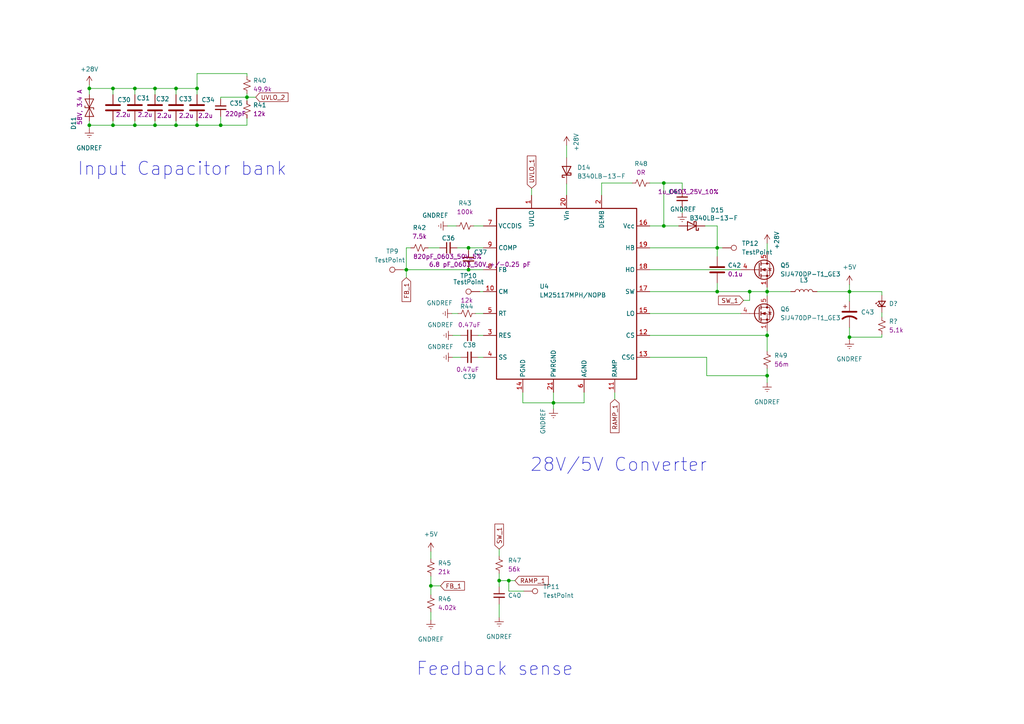
<source format=kicad_sch>
(kicad_sch (version 20211123) (generator eeschema)
  (paper "A4")
  (title_block (title "CON0100") (date "2023-01-12") (rev "V1.0") (company "Ati Motors Pvt Ltd") (comment 1 "Aslesh Kumar A") (comment 2 "Designed By ") (comment 3 "Sudhir P") (comment 4 "Reviewed By") (comment 5 "Naveen") (comment 6 "Approved By"))
  (lib_symbols
    (symbol "Ati:C_0603_0.47uF_25V_CGA3E3X7R1E474K080AB" (pin_numbers hide) (pin_names (offset 0.254) hide)
      (property "Reference" "C" (at 0.254 1.778 0))
      (property "Val" "0.47uF" (at 0 0 0))
      (symbol "C_0603_0.47uF_25V_CGA3E3X7R1E474K080AB_0_1"
        (polyline (pts (xy -1.524 -0.508) (xy 1.524 -0.508)) (stroke (width 0.3302)))
        (polyline (pts (xy -1.524 0.508) (xy 1.524 0.508)) (stroke (width 0.3048)))
      )
      (symbol "C_0603_0.47uF_25V_CGA3E3X7R1E474K080AB_1_1"
        (pin passive line (at 0 2.54 270) (length 2.032) (name "~") (number "1"))
        (pin passive line (at 0 -2.54 90) (length 2.032) (name "~") (number "2"))
      )
    )
    (symbol "Ati:C_0603_220pF_50V_ECJ-1VC1H221J" (pin_numbers hide) (pin_names (offset 0.254) hide)
      (property "Reference" "C" (at 0.254 1.778 0))
      (property "Val" "220pF" (at 0 0 0))
      (symbol "C_0603_220pF_50V_ECJ-1VC1H221J_0_1"
        (polyline (pts (xy -1.524 -0.508) (xy 1.524 -0.508)) (stroke (width 0.3302)))
        (polyline (pts (xy -1.524 0.508) (xy 1.524 0.508)) (stroke (width 0.3048)))
      )
      (symbol "C_0603_220pF_50V_ECJ-1VC1H221J_1_1"
        (pin passive line (at 0 2.54 270) (length 2.032) (name "~") (number "1"))
        (pin passive line (at 0 -2.54 90) (length 2.032) (name "~") (number "2"))
      )
    )
    (symbol "Ati:C_1uf_0603_GCJ188R71E105KA01D" (pin_numbers hide) (pin_names (offset 0.254) hide)
      (property "Reference" "C" (at 0.254 1.778 0))
      (symbol "C_1uf_0603_GCJ188R71E105KA01D_0_1"
        (polyline (pts (xy -1.524 -0.508) (xy 1.524 -0.508)) (stroke (width 0.3302)))
        (polyline (pts (xy -1.524 0.508) (xy 1.524 0.508)) (stroke (width 0.3048)))
      )
      (symbol "C_1uf_0603_GCJ188R71E105KA01D_1_1"
        (pin passive line (at 0 2.54 270) (length 2.032) (name "~") (number "1"))
        (pin passive line (at 0 -2.54 90) (length 2.032) (name "~") (number "2"))
      )
    )
    (symbol "Ati:C_2.2u_1210_C1210F225K5RACAUTO" (pin_numbers hide) (pin_names (offset 0.254))
      (property "Reference" "C" (at 0.635 2.54 0))
      (property "Val" "2.2u" (at 5.08 0 0))
      (symbol "C_2.2u_1210_C1210F225K5RACAUTO_0_1"
        (polyline (pts (xy -2.032 -0.762) (xy 2.032 -0.762)) (stroke (width 0.508)))
        (polyline (pts (xy -2.032 0.762) (xy 2.032 0.762)) (stroke (width 0.508)))
      )
      (symbol "C_2.2u_1210_C1210F225K5RACAUTO_1_1"
        (pin passive line (at 0 3.81 270) (length 2.794) (name "~") (number "1"))
        (pin passive line (at 0 -3.81 90) (length 2.794) (name "~") (number "2"))
      )
    )
    (symbol "Ati:C_3.3uF_RAD_50V_20%" (pin_numbers hide) (pin_names (offset 0.254) hide)
      (property "Reference" "C" (at 0.635 2.54 0))
      (symbol "C_3.3uF_RAD_50V_20%_0_1"
        (polyline (pts (xy -2.032 0.762) (xy 2.032 0.762)) (stroke (width 0.508)))
        (polyline (pts (xy -1.778 2.286) (xy -0.762 2.286)))
        (polyline (pts (xy -1.27 1.778) (xy -1.27 2.794)))
        (arc (start 2.032 -1.27) (mid 0 -0.5572) (end -2.032 -1.27) (stroke (width 0.508)))
      )
      (symbol "C_3.3uF_RAD_50V_20%_1_1"
        (pin passive line (at 0 3.81 270) (length 2.794) (name "~") (number "1"))
        (pin passive line (at 0 -3.81 90) (length 3.302) (name "~") (number "2"))
      )
    )
    (symbol "Ati:C_6.8pF_0603_CL10C6R8CB8NNNC" (pin_numbers hide) (pin_names (offset 0.254) hide)
      (property "Reference" "C" (at 0.254 1.778 0))
      (symbol "C_6.8pF_0603_CL10C6R8CB8NNNC_0_1"
        (polyline (pts (xy -1.524 -0.508) (xy 1.524 -0.508)) (stroke (width 0.3302)))
        (polyline (pts (xy -1.524 0.508) (xy 1.524 0.508)) (stroke (width 0.3048)))
      )
      (symbol "C_6.8pF_0603_CL10C6R8CB8NNNC_1_1"
        (pin passive line (at 0 2.54 270) (length 2.032) (name "~") (number "1"))
        (pin passive line (at 0 -2.54 90) (length 2.032) (name "~") (number "2"))
      )
    )
    (symbol "Ati:C_820pF_0603_50V_GCM1885C1H821JA16D" (pin_numbers hide) (pin_names (offset 0.254) hide)
      (property "Reference" "C" (at 0.254 1.778 0))
      (symbol "C_820pF_0603_50V_GCM1885C1H821JA16D_0_1"
        (polyline (pts (xy -1.524 -0.508) (xy 1.524 -0.508)) (stroke (width 0.3302)))
        (polyline (pts (xy -1.524 0.508) (xy 1.524 0.508)) (stroke (width 0.3048)))
      )
      (symbol "C_820pF_0603_50V_GCM1885C1H821JA16D_1_1"
        (pin passive line (at 0 2.54 270) (length 2.032) (name "~") (number "1"))
        (pin passive line (at 0 -2.54 90) (length 2.032) (name "~") (number "2"))
      )
    )
    (symbol "Ati:D_LED_0603_Blue_150060BS75000" (pin_numbers hide) (pin_names (offset 0.254) hide)
      (property "Reference" "D" (at -1.27 3.175 0))
      (symbol "D_LED_0603_Blue_150060BS75000_0_1"
        (polyline (pts (xy -0.762 -1.016) (xy -0.762 1.016)) (stroke (width 0.254)))
        (polyline (pts (xy 1.016 0) (xy -0.762 0)))
        (polyline (pts (xy 0.762 -1.016) (xy -0.762 0) (xy 0.762 1.016) (xy 0.762 -1.016)) (stroke (width 0.254)))
        (polyline (pts (xy 0 0.762) (xy -0.508 1.27) (xy -0.254 1.27) (xy -0.508 1.27) (xy -0.508 1.016)))
        (polyline (pts (xy 0.508 1.27) (xy 0 1.778) (xy 0.254 1.778) (xy 0 1.778) (xy 0 1.524)))
      )
      (symbol "D_LED_0603_Blue_150060BS75000_1_1"
        (pin passive line (at -2.54 0 0) (length 1.778) (name "K") (number "1"))
        (pin passive line (at 2.54 0 180) (length 1.778) (name "A") (number "2"))
      )
    )
    (symbol "Ati:L_27uH_5A_40mOhms_SMD_12.0mmx12.0mm" (pin_numbers hide) (pin_names (offset 1.016) hide)
      (property "Reference" "L" (at -1.27 0 90))
      (symbol "L_27uH_5A_40mOhms_SMD_12.0mmx12.0mm_0_1"
        (arc (start 0 -2.54) (mid 0.635 -1.905) (end 0 -1.27))
        (arc (start 0 -1.27) (mid 0.635 -0.635) (end 0 0))
        (arc (start 0 0) (mid 0.635 0.635) (end 0 1.27))
        (arc (start 0 1.27) (mid 0.635 1.905) (end 0 2.54))
      )
      (symbol "L_27uH_5A_40mOhms_SMD_12.0mmx12.0mm_1_1"
        (pin passive line (at 0 3.81 270) (length 1.27) (name "1") (number "1"))
        (pin passive line (at 0 -3.81 90) (length 1.27) (name "2") (number "2"))
      )
    )
    (symbol "Ati:R_0R_0603_ERJ-3GEY0R00V" (pin_numbers hide) (pin_names (offset 0.254) hide)
      (property "Reference" "R" (at 0.762 0.508 0))
      (property "Val" "0R" (at 2.54 0 0))
      (symbol "R_0R_0603_ERJ-3GEY0R00V_1_1"
        (polyline (pts (xy 0 0) (xy 1.016 -0.381) (xy 0 -0.762) (xy -1.016 -1.143) (xy 0 -1.524)))
        (polyline (pts (xy 0 1.524) (xy 1.016 1.143) (xy 0 0.762) (xy -1.016 0.381) (xy 0 0)))
        (pin passive line (at 0 2.54 270) (length 1.016) (name "~") (number "1"))
        (pin passive line (at 0 -2.54 90) (length 1.016) (name "~") (number "2"))
      )
    )
    (symbol "Ati:R_100k_0603_1{slash}10W_CRGP0603F100K" (pin_numbers hide) (pin_names (offset 0.254) hide)
      (property "Reference" "R" (at -2.54 0 0))
      (property "Val" "100k" (at 2.54 0 0))
      (symbol "R_100k_0603_1{slash}10W_CRGP0603F100K_1_1"
        (polyline (pts (xy 0 0) (xy 1.016 -0.381) (xy 0 -0.762) (xy -1.016 -1.143) (xy 0 -1.524)))
        (polyline (pts (xy 0 1.524) (xy 1.016 1.143) (xy 0 0.762) (xy -1.016 0.381) (xy 0 0)))
        (pin passive line (at 0 2.54 270) (length 1.016) (name "~") (number "1"))
        (pin passive line (at 0 -2.54 90) (length 1.016) (name "~") (number "2"))
      )
    )
    (symbol "Ati:R_12k_0603_ERJ3EKF1202V" (pin_numbers hide) (pin_names (offset 0.254) hide)
      (property "Reference" "R" (at -2.54 0 0))
      (property "Val" "12k" (at 2.54 0 0))
      (symbol "R_12k_0603_ERJ3EKF1202V_1_1"
        (polyline (pts (xy 0 0) (xy 1.016 -0.381) (xy 0 -0.762) (xy -1.016 -1.143) (xy 0 -1.524)))
        (polyline (pts (xy 0 1.524) (xy 1.016 1.143) (xy 0 0.762) (xy -1.016 0.381) (xy 0 0)))
        (pin passive line (at 0 2.54 270) (length 1.016) (name "~") (number "1"))
        (pin passive line (at 0 -2.54 90) (length 1.016) (name "~") (number "2"))
      )
    )
    (symbol "Ati:R_21k_0603_RT0603BRD0721KL" (pin_numbers hide) (pin_names (offset 0.254) hide)
      (property "Reference" "R" (at -2.54 0 0))
      (property "Val" "21k" (at 2.54 0 0))
      (symbol "R_21k_0603_RT0603BRD0721KL_1_1"
        (polyline (pts (xy 0 0) (xy 1.016 -0.381) (xy 0 -0.762) (xy -1.016 -1.143) (xy 0 -1.524)))
        (polyline (pts (xy 0 1.524) (xy 1.016 1.143) (xy 0 0.762) (xy -1.016 0.381) (xy 0 0)))
        (pin passive line (at 0 2.54 270) (length 1.016) (name "~") (number "1"))
        (pin passive line (at 0 -2.54 90) (length 1.016) (name "~") (number "2"))
      )
    )
    (symbol "Ati:R_4.02k_0603_RG1608P-4021-B-T5" (pin_numbers hide) (pin_names (offset 0.254) hide)
      (property "Reference" "R" (at -2.54 0 0))
      (property "Val" "4.02k" (at 2.54 0 0))
      (symbol "R_4.02k_0603_RG1608P-4021-B-T5_1_1"
        (polyline (pts (xy 0 0) (xy 1.016 -0.381) (xy 0 -0.762) (xy -1.016 -1.143) (xy 0 -1.524)))
        (polyline (pts (xy 0 1.524) (xy 1.016 1.143) (xy 0 0.762) (xy -1.016 0.381) (xy 0 0)))
        (pin passive line (at 0 2.54 270) (length 1.016) (name "~") (number "1"))
        (pin passive line (at 0 -2.54 90) (length 1.016) (name "~") (number "2"))
      )
    )
    (symbol "Ati:R_49.9k_0603_ERJ3EKF4992V" (pin_numbers hide) (pin_names (offset 0.254) hide)
      (property "Reference" "R" (at -2.54 0 0))
      (property "Val" "49.9k" (at 2.54 0 0))
      (symbol "R_49.9k_0603_ERJ3EKF4992V_1_1"
        (polyline (pts (xy 0 0) (xy 1.016 -0.381) (xy 0 -0.762) (xy -1.016 -1.143) (xy 0 -1.524)))
        (polyline (pts (xy 0 1.524) (xy 1.016 1.143) (xy 0 0.762) (xy -1.016 0.381) (xy 0 0)))
        (pin passive line (at 0 2.54 270) (length 1.016) (name "~") (number "1"))
        (pin passive line (at 0 -2.54 90) (length 1.016) (name "~") (number "2"))
      )
    )
    (symbol "Ati:R_5.1k_0603_RC0603FR-075K1L" (pin_numbers hide) (pin_names (offset 0.254) hide)
      (property "Reference" "R" (at -2.54 0 0))
      (property "Val" "5.1k" (at 2.54 0 0))
      (symbol "R_5.1k_0603_RC0603FR-075K1L_1_1"
        (polyline (pts (xy 0 0) (xy 1.016 -0.381) (xy 0 -0.762) (xy -1.016 -1.143) (xy 0 -1.524)))
        (polyline (pts (xy 0 1.524) (xy 1.016 1.143) (xy 0 0.762) (xy -1.016 0.381) (xy 0 0)))
        (pin passive line (at 0 2.54 270) (length 1.016) (name "~") (number "1"))
        (pin passive line (at 0 -2.54 90) (length 1.016) (name "~") (number "2"))
      )
    )
    (symbol "Ati:R_56k_0603_ERJ-3EKF5602V" (pin_numbers hide) (pin_names (offset 0.254) hide)
      (property "Reference" "R" (at -2.54 0 0))
      (property "Val" "56k" (at 2.54 0 0))
      (symbol "R_56k_0603_ERJ-3EKF5602V_1_1"
        (polyline (pts (xy 0 0) (xy 1.016 -0.381) (xy 0 -0.762) (xy -1.016 -1.143) (xy 0 -1.524)))
        (polyline (pts (xy 0 1.524) (xy 1.016 1.143) (xy 0 0.762) (xy -1.016 0.381) (xy 0 0)))
        (pin passive line (at 0 2.54 270) (length 1.016) (name "~") (number "1"))
        (pin passive line (at 0 -2.54 90) (length 1.016) (name "~") (number "2"))
      )
    )
    (symbol "Ati:R_56mOhms_0805_ERJ-6BWFR056V" (pin_numbers hide) (pin_names (offset 0.254) hide)
      (property "Reference" "R" (at 0.762 0.508 0))
      (property "Val" "56m" (at 2.54 0 0))
      (symbol "R_56mOhms_0805_ERJ-6BWFR056V_1_1"
        (polyline (pts (xy 0 0) (xy 1.016 -0.381) (xy 0 -0.762) (xy -1.016 -1.143) (xy 0 -1.524)))
        (polyline (pts (xy 0 1.524) (xy 1.016 1.143) (xy 0 0.762) (xy -1.016 0.381) (xy 0 0)))
        (pin passive line (at 0 2.54 270) (length 1.016) (name "~") (number "1"))
        (pin passive line (at 0 -2.54 90) (length 1.016) (name "~") (number "2"))
      )
    )
    (symbol "Ati:R_7.5k_0603_ERA-3APB752V" (pin_numbers hide) (pin_names (offset 0.254) hide)
      (property "Reference" "R" (at -2.54 0 0))
      (property "Val" "7.5k" (at 2.54 0 0))
      (symbol "R_7.5k_0603_ERA-3APB752V_1_1"
        (polyline (pts (xy 0 0) (xy 1.016 -0.381) (xy 0 -0.762) (xy -1.016 -1.143) (xy 0 -1.524)))
        (polyline (pts (xy 0 1.524) (xy 1.016 1.143) (xy 0 0.762) (xy -1.016 0.381) (xy 0 0)))
        (pin passive line (at 0 2.54 270) (length 1.016) (name "~") (number "1"))
        (pin passive line (at 0 -2.54 90) (length 1.016) (name "~") (number "2"))
      )
    )
    (symbol "Ati:SIJ470DP-T1_GE3" (pin_names hide)
      (property "Reference" "Q" (at 5.08 1.905 0))
      (property "Value" "SIJ470DP-T1_GE3" (at 5.08 0 0))
      (symbol "SIJ470DP-T1_GE3_0_1"
        (polyline (pts (xy 0.254 0) (xy -2.54 0)))
        (polyline (pts (xy 0.254 1.905) (xy 0.254 -1.905)) (stroke (width 0.254)))
        (polyline (pts (xy 0.762 -1.27) (xy 0.762 -2.286)) (stroke (width 0.254)))
        (polyline (pts (xy 0.762 0.508) (xy 0.762 -0.508)) (stroke (width 0.254)))
        (polyline (pts (xy 0.762 2.286) (xy 0.762 1.27)) (stroke (width 0.254)))
        (polyline (pts (xy 2.54 2.54) (xy 2.54 1.778)))
        (polyline (pts (xy 2.54 -2.54) (xy 2.54 0) (xy 0.762 0)))
        (polyline (pts (xy 0.762 -1.778) (xy 3.302 -1.778) (xy 3.302 1.778) (xy 0.762 1.778)))
        (polyline (pts (xy 1.016 0) (xy 2.032 0.381) (xy 2.032 -0.381) (xy 1.016 0)) (fill (type outline)))
        (polyline (pts (xy 2.794 0.508) (xy 2.921 0.381) (xy 3.683 0.381) (xy 3.81 0.254)))
        (polyline (pts (xy 3.302 0.381) (xy 2.921 -0.254) (xy 3.683 -0.254) (xy 3.302 0.381)))
        (circle (center 1.651 0) (radius 2.794) (stroke (width 0.254)))
        (circle (center 2.54 -1.778) (radius 0.254) (fill (type outline)))
        (circle (center 2.54 1.778) (radius 0.254) (fill (type outline)))
      )
      (symbol "SIJ470DP-T1_GE3_1_1"
        (pin passive line (at 2.54 -5.08 90) (length 2.54) (name "S") (number "1"))
        (pin passive line (at 2.54 -5.08 90) (length 2.54) hide (name "S") (number "2"))
        (pin passive line (at 2.54 -5.08 90) (length 2.54) hide (name "S") (number "3"))
        (pin input line (at -5.08 0 0) (length 2.54) (name "G") (number "4"))
        (pin passive line (at 2.54 5.08 270) (length 2.54) (name "D") (number "5"))
      )
    )
    (symbol "Ati_Anand:C_0603_0.1u_50V_C0603C104K5RACAUTO" (pin_numbers hide) (pin_names (offset 0.254))
      (property "Reference" "C" (at 0.635 2.54 0))
      (property "Val" "0.1u" (at 5.08 0 0))
      (symbol "C_0603_0.1u_50V_C0603C104K5RACAUTO_0_1"
        (polyline (pts (xy -2.032 -0.762) (xy 2.032 -0.762)) (stroke (width 0.508)))
        (polyline (pts (xy -2.032 0.762) (xy 2.032 0.762)) (stroke (width 0.508)))
      )
      (symbol "C_0603_0.1u_50V_C0603C104K5RACAUTO_1_1"
        (pin passive line (at 0 3.81 270) (length 2.794) (name "~") (number "1"))
        (pin passive line (at 0 -3.81 90) (length 2.794) (name "~") (number "2"))
      )
    )
    (symbol "Ati_Anand:D_TVS_58.1V_ATV02W360B-HF" (pin_numbers hide) (pin_names (offset 1.016) hide)
      (property "Reference" "D" (at 0 2.54 0))
      (property "Val" "58V, 3.4 A" (at 0 0 0))
      (symbol "D_TVS_58.1V_ATV02W360B-HF_0_1"
        (polyline (pts (xy 1.27 0) (xy -1.27 0)))
        (polyline (pts (xy -2.54 -1.27) (xy 0 0) (xy -2.54 1.27) (xy -2.54 -1.27)) (stroke (width 0.2032)))
        (polyline (pts (xy 0.508 1.27) (xy 0 1.27) (xy 0 -1.27) (xy -0.508 -1.27)) (stroke (width 0.2032)))
        (polyline (pts (xy 2.54 1.27) (xy 2.54 -1.27) (xy 0 0) (xy 2.54 1.27)) (stroke (width 0.2032)))
      )
      (symbol "D_TVS_58.1V_ATV02W360B-HF_1_1"
        (pin passive line (at -3.81 0 0) (length 2.54) (name "A1") (number "1"))
        (pin passive line (at 3.81 0 180) (length 2.54) (name "A2") (number "2"))
      )
    )
    (symbol "Connector:TestPoint" (pin_numbers hide) (pin_names (offset 0.762) hide)
      (property "Reference" "TP" (at 0 6.858 0))
      (property "Value" "TestPoint" (at 0 5.08 0))
      (symbol "TestPoint_0_1"
        (circle (center 0 3.302) (radius 0.762))
      )
      (symbol "TestPoint_1_1"
        (pin passive line (at 0 0 90) (length 2.54) (name "1") (number "1"))
      )
    )
    (symbol "Diode:B340" (pin_numbers hide) (pin_names (offset 1.016) hide)
      (property "Reference" "D" (at 0 2.54 0))
      (property "Value" "B340" (at 0 -2.54 0))
      (symbol "B340_0_1"
        (polyline (pts (xy 1.27 0) (xy -1.27 0)))
        (polyline (pts (xy 1.27 1.27) (xy 1.27 -1.27) (xy -1.27 0) (xy 1.27 1.27)) (stroke (width 0.254)))
        (polyline (pts (xy -1.905 0.635) (xy -1.905 1.27) (xy -1.27 1.27) (xy -1.27 -1.27) (xy -0.635 -1.27) (xy -0.635 -0.635)) (stroke (width 0.254)))
      )
      (symbol "B340_1_1"
        (pin passive line (at -3.81 0 0) (length 2.54) (name "K") (number "1"))
        (pin passive line (at 3.81 0 180) (length 2.54) (name "A") (number "2"))
      )
    )
    (symbol "LM25117PMH{slash}NOPB:LM25117"
      (property "Reference" "U" (at 0 24.13 0))
      (property "Value" "LM25117" (at 0 26.67 0))
      (symbol "LM25117_0_1"
        (rectangle (start -20.32 49.53) (end 20.32 0) (stroke (width 0.3)))
      )
      (symbol "LM25117_1_1"
        (pin input line (at -10.16 53.34 270) (length 3.8) (name "UVLO") (number "1"))
        (pin input line (at -24.13 25.4 0) (length 3.8) (name "CM") (number "10"))
        (pin input line (at 13.97 -3.81 90) (length 3.8) (name "RAMP") (number "11"))
        (pin input line (at 24.13 12.7 180) (length 3.8) (name "CS") (number "12"))
        (pin input line (at 24.13 6.35 180) (length 3.8) (name "CSG") (number "13"))
        (pin input line (at -12.7 -3.81 90) (length 3.8) (name "PGND") (number "14"))
        (pin input line (at 24.13 19.05 180) (length 3.8) (name "LO") (number "15"))
        (pin input line (at 24.13 44.45 180) (length 3.8) (name "Vcc") (number "16"))
        (pin input line (at 24.13 25.4 180) (length 3.8) (name "SW") (number "17"))
        (pin input line (at 24.13 31.75 180) (length 3.8) (name "HO") (number "18"))
        (pin input line (at 24.13 38.1 180) (length 3.8) (name "HB") (number "19"))
        (pin input line (at 10.16 53.34 270) (length 3.8) (name "DEMB") (number "2"))
        (pin input line (at 0 53.34 270) (length 3.8) (name "Vin") (number "20"))
        (pin input line (at -3.81 -3.81 90) (length 3.8) (name "PWRGND") (number "21"))
        (pin input line (at -24.13 12.7 0) (length 3.8) (name "RES") (number "3"))
        (pin input line (at -24.13 6.35 0) (length 3.8) (name "SS") (number "4"))
        (pin input line (at -24.13 19.05 0) (length 3.8) (name "RT") (number "5"))
        (pin input line (at 5.08 -3.81 90) (length 3.8) (name "AGND") (number "6"))
        (pin input line (at -24.13 44.45 0) (length 3.8) (name "VCCDIS") (number "7"))
        (pin input line (at -24.13 31.75 0) (length 3.8) (name "FB") (number "8"))
        (pin input line (at -24.13 38.1 0) (length 3.8) (name "COMP") (number "9"))
      )
    )
    (symbol "power:+28V" (power) (pin_names (offset 0))
      (property "Value" "+28V" (at 0 3.81 0))
      (symbol "+28V_0_1"
        (polyline (pts (xy -0.762 1.27) (xy 0 2.54)))
        (polyline (pts (xy 0 0) (xy 0 2.54)))
        (polyline (pts (xy 0 2.54) (xy 0.762 1.27)))
      )
      (symbol "+28V_1_1"
        (pin power_in line (at 0 0 90) (length 0) hide (name "+28V") (number "1"))
      )
    )
    (symbol "power:+5V" (power) (pin_names (offset 0))
      (property "Value" "+5V" (at 0 3.556 0))
      (symbol "+5V_0_1"
        (polyline (pts (xy -0.762 1.27) (xy 0 2.54)))
        (polyline (pts (xy 0 0) (xy 0 2.54)))
        (polyline (pts (xy 0 2.54) (xy 0.762 1.27)))
      )
      (symbol "+5V_1_1"
        (pin power_in line (at 0 0 90) (length 0) hide (name "+5V") (number "1"))
      )
    )
    (symbol "power:GNDREF" (power) (pin_names (offset 0))
      (property "Value" "GNDREF" (at 0 -3.81 0))
      (symbol "GNDREF_0_1"
        (polyline (pts (xy -0.635 -1.905) (xy 0.635 -1.905)))
        (polyline (pts (xy -0.127 -2.54) (xy 0.127 -2.54)))
        (polyline (pts (xy 0 -1.27) (xy 0 0)))
        (polyline (pts (xy 1.27 -1.27) (xy -1.27 -1.27)))
      )
      (symbol "GNDREF_1_1"
        (pin power_in line (at 0 0 270) (length 0) hide (name "GNDREF") (number "1"))
      )
    )
  )
  (junction (at 51.054 36.322))
  (junction (at 44.958 36.322))
  (junction (at 144.78 168.402))
  (junction (at 208.026 71.882))
  (junction (at 71.628 28.194))
  (junction (at 25.908 25.654))
  (junction (at 39.116 25.654))
  (junction (at 44.958 25.654))
  (junction (at 25.908 36.322))
  (junction (at 64.008 36.322))
  (junction (at 160.528 116.84))
  (junction (at 57.15 25.654))
  (junction (at 117.856 78.232))
  (junction (at 246.38 97.79))
  (junction (at 222.504 97.282))
  (junction (at 217.424 84.582))
  (junction (at 147.574 168.402))
  (junction (at 32.766 36.322))
  (junction (at 192.532 53.086))
  (junction (at 39.116 36.322))
  (junction (at 222.504 108.966))
  (junction (at 57.15 36.322))
  (junction (at 32.766 25.654))
  (junction (at 208.026 84.582))
  (junction (at 51.054 25.654))
  (junction (at 135.89 71.882))
  (junction (at 124.968 169.926))
  (junction (at 135.89 78.232))
  (junction (at 192.532 65.532))
  (junction (at 246.38 84.582))
  (junction (at 222.504 84.582))
  (wire (pts (xy 147.574 168.402) (xy 144.78 168.402)))
  (wire (pts (xy 124.968 167.132) (xy 124.968 169.926)))
  (wire (pts (xy 64.008 36.322) (xy 57.15 36.322)))
  (wire (pts (xy 169.418 116.84) (xy 160.528 116.84)))
  (wire (pts (xy 138.684 103.632) (xy 140.208 103.632)))
  (wire (pts (xy 222.504 84.582) (xy 229.362 84.582)))
  (wire (pts (xy 164.338 53.34) (xy 164.338 56.642)))
  (wire (pts (xy 208.026 71.882) (xy 209.55 71.882)))
  (wire (pts (xy 204.978 103.632) (xy 204.978 108.966)))
  (wire (pts (xy 208.026 65.532) (xy 204.47 65.532)))
  (wire (pts (xy 236.982 84.582) (xy 246.38 84.582)))
  (wire (pts (xy 246.38 97.79) (xy 246.38 98.552)))
  (wire (pts (xy 208.026 84.582) (xy 188.468 84.582)))
  (wire (pts (xy 217.424 87.122) (xy 217.424 84.582)))
  (wire (pts (xy 57.15 25.654) (xy 57.15 27.432)))
  (wire (pts (xy 71.628 36.322) (xy 64.008 36.322)))
  (wire (pts (xy 135.89 72.644) (xy 135.89 71.882)))
  (wire (pts (xy 222.504 83.312) (xy 222.504 84.582)))
  (wire (pts (xy 39.116 35.052) (xy 39.116 36.322)))
  (wire (pts (xy 149.352 168.402) (xy 147.574 168.402)))
  (wire (pts (xy 39.116 25.654) (xy 44.958 25.654)))
  (wire (pts (xy 246.38 82.55) (xy 246.38 84.582)))
  (wire (pts (xy 137.414 65.532) (xy 140.208 65.532)))
  (wire (pts (xy 57.15 36.322) (xy 51.054 36.322)))
  (wire (pts (xy 208.026 71.882) (xy 208.026 65.532)))
  (wire (pts (xy 124.968 169.926) (xy 124.968 172.466)))
  (wire (pts (xy 197.866 60.198) (xy 197.866 61.722)))
  (wire (pts (xy 135.89 78.232) (xy 140.208 78.232)))
  (wire (pts (xy 131.064 90.932) (xy 132.842 90.932)))
  (wire (pts (xy 204.978 108.966) (xy 222.504 108.966)))
  (wire (pts (xy 64.008 33.782) (xy 64.008 36.322)))
  (wire (pts (xy 188.468 65.532) (xy 192.532 65.532)))
  (wire (pts (xy 124.968 177.546) (xy 124.968 179.832)))
  (wire (pts (xy 51.054 35.052) (xy 51.054 36.322)))
  (wire (pts (xy 139.192 84.582) (xy 140.208 84.582)))
  (wire (pts (xy 25.908 35.052) (xy 25.908 36.322)))
  (wire (pts (xy 39.116 36.322) (xy 32.766 36.322)))
  (wire (pts (xy 178.308 113.792) (xy 178.308 115.824)))
  (wire (pts (xy 71.628 28.194) (xy 71.628 29.21)))
  (wire (pts (xy 160.528 113.792) (xy 160.528 116.84)))
  (wire (pts (xy 135.89 71.882) (xy 140.208 71.882)))
  (wire (pts (xy 64.008 28.702) (xy 64.008 28.194)))
  (wire (pts (xy 132.588 71.882) (xy 135.89 71.882)))
  (wire (pts (xy 135.89 77.724) (xy 135.89 78.232)))
  (wire (pts (xy 151.638 113.792) (xy 151.638 116.84)))
  (wire (pts (xy 255.778 97.028) (xy 255.778 97.79)))
  (wire (pts (xy 57.15 35.052) (xy 57.15 36.322)))
  (wire (pts (xy 71.628 28.194) (xy 74.168 28.194)))
  (wire (pts (xy 222.504 70.612) (xy 222.504 73.152)))
  (wire (pts (xy 39.116 25.654) (xy 32.766 25.654)))
  (wire (pts (xy 188.468 78.232) (xy 214.884 78.232)))
  (wire (pts (xy 124.968 160.02) (xy 124.968 162.052)))
  (wire (pts (xy 197.866 55.118) (xy 197.866 53.086)))
  (wire (pts (xy 32.766 36.322) (xy 25.908 36.322)))
  (wire (pts (xy 246.38 94.996) (xy 246.38 97.79)))
  (wire (pts (xy 164.338 42.164) (xy 164.338 45.72)))
  (wire (pts (xy 131.318 97.282) (xy 133.604 97.282)))
  (wire (pts (xy 222.504 97.282) (xy 222.504 101.854)))
  (wire (pts (xy 192.532 65.532) (xy 196.85 65.532)))
  (wire (pts (xy 117.856 78.232) (xy 117.856 80.518)))
  (wire (pts (xy 138.684 97.282) (xy 140.208 97.282)))
  (wire (pts (xy 117.856 78.232) (xy 135.89 78.232)))
  (wire (pts (xy 246.634 84.582) (xy 255.778 84.582)))
  (wire (pts (xy 144.78 168.402) (xy 144.78 170.18)))
  (wire (pts (xy 71.628 34.29) (xy 71.628 36.322)))
  (wire (pts (xy 124.968 169.926) (xy 127.762 169.926)))
  (wire (pts (xy 188.468 71.882) (xy 208.026 71.882)))
  (wire (pts (xy 71.628 21.336) (xy 57.15 21.336)))
  (wire (pts (xy 44.958 25.654) (xy 51.054 25.654)))
  (wire (pts (xy 44.958 25.654) (xy 44.958 27.432)))
  (wire (pts (xy 51.054 25.654) (xy 51.054 27.432)))
  (wire (pts (xy 71.628 22.098) (xy 71.628 21.336)))
  (wire (pts (xy 208.026 82.042) (xy 208.026 84.582)))
  (wire (pts (xy 208.026 84.582) (xy 217.424 84.582)))
  (wire (pts (xy 255.778 84.582) (xy 255.778 85.598)))
  (wire (pts (xy 147.574 171.45) (xy 147.574 168.402)))
  (wire (pts (xy 151.638 116.84) (xy 160.528 116.84)))
  (wire (pts (xy 51.054 25.654) (xy 57.15 25.654)))
  (wire (pts (xy 255.778 90.678) (xy 255.778 91.948)))
  (wire (pts (xy 222.504 97.282) (xy 222.504 96.012)))
  (wire (pts (xy 25.908 25.654) (xy 25.908 24.638)))
  (wire (pts (xy 174.498 56.642) (xy 174.498 53.086)))
  (wire (pts (xy 25.908 25.654) (xy 25.908 27.432)))
  (wire (pts (xy 169.418 113.792) (xy 169.418 116.84)))
  (wire (pts (xy 137.922 90.932) (xy 140.208 90.932)))
  (wire (pts (xy 188.468 53.086) (xy 192.532 53.086)))
  (wire (pts (xy 208.026 71.882) (xy 208.026 74.422)))
  (wire (pts (xy 188.468 103.632) (xy 204.978 103.632)))
  (wire (pts (xy 222.504 108.966) (xy 222.504 110.998)))
  (wire (pts (xy 57.15 21.336) (xy 57.15 25.654)))
  (wire (pts (xy 119.126 71.882) (xy 117.856 71.882)))
  (wire (pts (xy 215.646 87.122) (xy 217.424 87.122)))
  (wire (pts (xy 217.424 84.582) (xy 222.504 84.582)))
  (wire (pts (xy 246.38 84.582) (xy 246.38 87.376)))
  (wire (pts (xy 197.866 53.086) (xy 192.532 53.086)))
  (wire (pts (xy 44.958 36.322) (xy 39.116 36.322)))
  (wire (pts (xy 188.468 97.282) (xy 222.504 97.282)))
  (wire (pts (xy 117.856 71.882) (xy 117.856 78.232)))
  (wire (pts (xy 154.178 54.61) (xy 154.178 56.642)))
  (wire (pts (xy 71.628 27.178) (xy 71.628 28.194)))
  (wire (pts (xy 222.504 106.934) (xy 222.504 108.966)))
  (wire (pts (xy 255.778 97.79) (xy 246.38 97.79)))
  (wire (pts (xy 192.532 53.086) (xy 192.532 65.532)))
  (wire (pts (xy 174.498 53.086) (xy 183.388 53.086)))
  (wire (pts (xy 144.78 166.37) (xy 144.78 168.402)))
  (wire (pts (xy 25.908 36.322) (xy 25.908 37.338)))
  (wire (pts (xy 124.206 71.882) (xy 127.508 71.882)))
  (wire (pts (xy 32.766 25.654) (xy 25.908 25.654)))
  (wire (pts (xy 144.78 175.26) (xy 144.78 179.07)))
  (wire (pts (xy 131.318 103.632) (xy 133.604 103.632)))
  (wire (pts (xy 129.794 65.532) (xy 132.334 65.532)))
  (wire (pts (xy 51.054 36.322) (xy 44.958 36.322)))
  (wire (pts (xy 32.766 27.432) (xy 32.766 25.654)))
  (wire (pts (xy 188.468 90.932) (xy 214.884 90.932)))
  (wire (pts (xy 32.766 35.052) (xy 32.766 36.322)))
  (wire (pts (xy 117.094 78.232) (xy 117.856 78.232)))
  (wire (pts (xy 64.008 28.194) (xy 71.628 28.194)))
  (wire (pts (xy 222.504 84.582) (xy 222.504 85.852)))
  (wire (pts (xy 44.958 35.052) (xy 44.958 36.322)))
  (wire (pts (xy 151.892 171.45) (xy 147.574 171.45)))
  (wire (pts (xy 39.116 27.432) (xy 39.116 25.654)))
  (wire (pts (xy 160.528 116.84) (xy 160.528 118.618)))
  (wire (pts (xy 144.78 159.258) (xy 144.78 161.29)))
  (text "Feedback sense" (at 120.65 196.342 0) (effects (font (size 3.81 3.81)) (justify left bottom)))
  (text "28V/5V Converter" (at 153.67 137.16 0) (effects (font (size 3.81 3.81)) (justify left bottom)))
  (text "Input Capacitor bank" (at 22.352 51.308 0) (effects (font (size 3.81 3.81)) (justify left bottom)))
  (global_label "SW_1" (shape input) (at 215.646 87.122 180) (property "Intersheet References" "${INTERSHEET_REFS}" (effects hide)))
  (global_label "RAMP_1" (shape input) (at 149.352 168.402 0) (property "Intersheet References" "${INTERSHEET_REFS}" (effects hide)))
  (global_label "FB_1" (shape input) (at 127.762 169.926 0) (property "Intersheet References" "${INTERSHEET_REFS}" (effects hide)))
  (global_label "RAMP_1" (shape input) (at 178.308 115.824 270) (property "Intersheet References" "${INTERSHEET_REFS}" (effects hide)))
  (global_label "FB_1" (shape input) (at 117.856 80.518 270) (property "Intersheet References" "${INTERSHEET_REFS}" (effects hide)))
  (global_label "SW_1" (shape input) (at 144.78 159.258 90) (property "Intersheet References" "${INTERSHEET_REFS}" (effects hide)))
  (global_label "UVLO_2" (shape input) (at 74.168 28.194 0) (property "Intersheet References" "${INTERSHEET_REFS}" (effects hide)))
  (global_label "UVLO_1" (shape input) (at 154.178 54.61 90) (property "Intersheet References" "${INTERSHEET_REFS}" (effects hide)))
  (symbol (lib_id "Ati:R_5.1k_0603_RC0603FR-075K1L") (at 255.778 94.488 0) (unit 1)
    (property "Reference" "R?" (at 257.81 93.2179 0) (effects (justify left)))
    (property "Value" "R_5.1k_0603_RC0603FR-075K1L" (effects hide))
    (property "Footprint" "Resistor_SMD:R_0603_1608Metric_Pad1.05x0.95mm_HandSolder" (effects hide))
    (property "Package" "0603" (effects hide))
    (property "MPN" "RC0603FR-0715KL" (effects hide))
    (property "Manufacturer" "Yageo" (effects hide))
    (property "Val" "5.1k" (at 257.81 95.7579 0) (effects (justify left)))
  )
  (symbol (lib_id "Ati:L_27uH_5A_40mOhms_SMD_12.0mmx12.0mm") (at 233.172 84.582 90) (unit 1)
    (property "Reference" "L3" (at 233.172 81.28 90))
    (property "Value" "L_27uH_5A_40mOhms_SMD_12.0mmx12.0mm" (effects hide))
    (property "Footprint" "Inductor_SMD:L_Bourns_SRR1210A" (effects hide))
    (property "Datasheet" "https://www.bourns.com/docs/Product-Datasheets/SRP1265A.pdf" (effects hide))
    (property "MPN" "SRR1210A-270M" (effects hide))
    (property "Manufacturer" "Bourns Inc" (effects hide))
    (property "Val" "27 uH" (effects hide))
    (property "APN" "SRR1210-270M/744770127" (effects hide))
  )
  (symbol (lib_id "Ati:C_2.2u_1210_C1210F225K5RACAUTO") (at 44.958 31.242 0) (unit 1)
    (property "Reference" "C32" (at 45.212 28.702 0) (effects (justify left)))
    (property "Value" "C_2.2u_1210_C1210F225K5RACAUTO" (effects hide))
    (property "Footprint" "Capacitor_SMD:C_1210_3225Metric_Pad1.33x2.70mm_HandSolder" (effects hide))
    (property "Datasheet" "https://www.digikey.in/en/products/detail/samsung-electro-mechanics/CL31B475KAHNNNE/3886713?s=N4IgTCBcDaIMIBkDMBGAQgFgOwFYDSAggBIByZAoiALoC%2BQA" (effects hide))
    (property "MPN" "C1210F225K5RACAUTO" (effects hide))
    (property "Val" "2.2u" (at 45.466 33.528 0) (effects (justify left)))
    (property "Manufacturer" "Samsung Electro-Mechanics" (effects hide))
  )
  (symbol (lib_id "Ati:SIJ470DP-T1_GE3") (at 219.964 78.232 0) (unit 1)
    (property "Reference" "Q5" (at 226.314 76.9619 0) (effects (justify left)))
    (property "Value" "SIJ470DP-T1_GE3" (at 226.314 79.5019 0) (effects (justify left)))
    (property "Footprint" "Package_SO:PowerPAK_SO-8_Single" (effects hide))
    (property "Datasheet" "https://www.vishay.com/docs/73152/si7336adp.pdf" (effects hide))
    (property "Val" "100 Vds, 58.8A, POWERPAK_SO-8, Rdson - 9.1mOhm" (effects hide))
    (property "MPN" "SIJ470DP-T1_GE3" (effects hide))
    (property "APN" "SI7178DP-T1-GE3" (effects hide))
  )
  (symbol (lib_id "Ati:R_12k_0603_ERJ3EKF1202V") (at 71.628 31.75 0) (unit 1)
    (property "Reference" "R41" (at 73.406 30.4799 0) (effects (justify left)))
    (property "Value" "R_12k_0603_ERJ3EKF1202V" (effects hide))
    (property "Footprint" "Resistor_SMD:R_0603_1608Metric_Pad0.98x0.95mm_HandSolder" (effects hide))
    (property "Package" "0603" (effects hide))
    (property "MPN" "ERJ-3EKF1202V" (effects hide))
    (property "Manufacturer" "Panasonic" (effects hide))
    (property "Val" "12k" (at 73.406 33.0199 0) (effects (justify left)))
    (property "APN" "RMCF0603FT12K0" (effects hide))
  )
  (symbol (lib_id "Ati:R_4.02k_0603_RG1608P-4021-B-T5") (at 124.968 175.006 0) (unit 1)
    (property "Reference" "R46" (at 127 173.7359 0) (effects (justify left)))
    (property "Value" "R_4.02k_0603_RG1608P-4021-B-T5" (effects hide))
    (property "Footprint" "Resistor_SMD:R_0603_1608Metric_Pad0.98x0.95mm_HandSolder" (effects hide))
    (property "Package" "0603" (effects hide))
    (property "MPN" "RG1608P-4021-B-T5" (effects hide))
    (property "Manufacturer" "Susumu" (effects hide))
    (property "Val" "4.02k" (at 127 176.2759 0) (effects (justify left)))
    (property "TCO" "25 ppm/ degC" (effects hide))
    (property "APN" "RN73H1JTTD4021B25/ERA-3AEB4021V " (effects hide))
  )
  (symbol (lib_id "power:+5V") (at 124.968 160.02 0) (unit 1)
    (property "Reference" "#PWR074" (effects hide))
    (property "Value" "+5V" (at 124.968 154.94 0))
  )
  (symbol (lib_id "power:GNDREF") (at 131.318 97.282 270) (unit 1)
    (property "Reference" "#PWR071" (effects hide))
    (property "Value" "GNDREF" (at 127.762 94.234 90))
  )
  (symbol (lib_id "Ati:R_7.5k_0603_ERA-3APB752V") (at 121.666 71.882 90) (unit 1)
    (property "Reference" "R42" (at 121.666 66.04 90))
    (property "Value" "R_7.5k_0603_ERA-3APB752V" (effects hide))
    (property "Footprint" "Resistor_SMD:R_0603_1608Metric_Pad0.98x0.95mm_HandSolder" (effects hide))
    (property "Package" "0603" (effects hide))
    (property "MPN" "ERA-3APB752V" (effects hide))
    (property "Manufacturer" "Panasonic - ECG" (effects hide))
    (property "Val" "7.5k" (at 121.666 68.58 90))
    (property "APN" "RT0603BRD077K5L/RN73H1JTTD7501B25" (effects hide))
  )
  (symbol (lib_id "power:GNDREF") (at 25.908 37.338 0) (unit 1)
    (property "Reference" "#PWR064" (effects hide))
    (property "Value" "GNDREF" (at 25.908 42.926 0))
  )
  (symbol (lib_id "LM25117PMH{slash}NOPB:LM25117") (at 164.338 109.982 0) (unit 1)
    (property "Reference" "U4" (at 156.464 83.058 0) (effects (justify left)))
    (property "Value" "LM25117MPH/NOPB" (at 156.464 85.598 0) (effects (justify left)))
    (property "Footprint" "ATI:SOP65P640X110-21N" (effects hide))
  )
  (symbol (lib_id "Ati:R_100k_0603_1{slash}10W_CRGP0603F100K") (at 134.874 65.532 90) (unit 1)
    (property "Reference" "R43" (at 134.874 58.928 90))
    (property "Value" "R_100k_0603_1/10W_CRGP0603F100K" (effects hide))
    (property "Footprint" "Resistor_SMD:R_0603_1608Metric_Pad0.98x0.95mm_HandSolder" (effects hide))
    (property "Package" "0603" (effects hide))
    (property "MPN" "ERJ-3EKF1003V" (effects hide))
    (property "Manufacturer" "TE Connectivity" (effects hide))
    (property "Val" "100k" (at 134.874 61.468 90))
  )
  (symbol (lib_id "Connector:TestPoint") (at 139.192 84.582 90) (unit 1)
    (property "Reference" "TP10" (at 135.89 80.01 90))
    (property "Value" "TestPoint" (at 135.89 81.788 90))
    (property "Footprint" "TestPoint:TestPoint_Pad_D1.0mm" (effects hide))
  )
  (symbol (lib_id "Ati:C_0603_0.47uF_25V_CGA3E3X7R1E474K080AB") (at 136.144 103.632 90) (unit 1)
    (property "Reference" "C39" (at 136.144 109.22 90))
    (property "Value" "C_0603_0.47uF_25V_CGA3E3X7R1E474K080AB" (effects hide))
    (property "Footprint" "Capacitor_SMD:C_0603_1608Metric_Pad1.08x0.95mm_HandSolder" (effects hide))
    (property "MPN" "CGA3E3X7R1E474K080AB" (effects hide))
    (property "Val" "0.47uF" (at 135.636 107.188 90))
    (property "APN" "GCM188R71E474KA64D" (effects hide))
  )
  (symbol (lib_id "power:GNDREF") (at 129.794 65.532 270) (unit 1)
    (property "Reference" "#PWR069" (effects hide))
    (property "Value" "GNDREF" (at 126.238 62.484 90))
  )
  (symbol (lib_id "Ati:C_2.2u_1210_C1210F225K5RACAUTO") (at 51.054 31.242 0) (unit 1)
    (property "Reference" "C33" (at 51.816 28.702 0) (effects (justify left)))
    (property "Value" "C_2.2u_1210_C1210F225K5RACAUTO" (effects hide))
    (property "Footprint" "Capacitor_SMD:C_1210_3225Metric_Pad1.33x2.70mm_HandSolder" (effects hide))
    (property "Datasheet" "https://www.digikey.in/en/products/detail/samsung-electro-mechanics/CL31B475KAHNNNE/3886713?s=N4IgTCBcDaIMIBkDMBGAQgFgOwFYDSAggBIByZAoiALoC%2BQA" (effects hide))
    (property "MPN" "C1210F225K5RACAUTO" (effects hide))
    (property "Val" "2.2u" (at 51.816 33.528 0) (effects (justify left)))
    (property "Manufacturer" "Samsung Electro-Mechanics" (effects hide))
  )
  (symbol (lib_id "Ati_Anand:C_0603_0.1u_50V_C0603C104K5RACAUTO") (at 208.026 78.232 0) (unit 1)
    (property "Reference" "C42" (at 211.074 76.9619 0) (effects (justify left)))
    (property "Value" "C_0603_0.1u_50V_C0603C104K5RACAUTO" (effects hide))
    (property "Footprint" "Capacitor_SMD:C_0603_1608Metric_Pad1.05x0.95mm_HandSolder" (effects hide))
    (property "Val" "0.1u" (at 211.074 79.5019 0) (effects (justify left)))
    (property "MPN" "C0603C104K5RACAUTO" (effects hide))
    (property "Voltage" "50V" (effects hide))
    (property "Package" "0603" (effects hide))
  )
  (symbol (lib_id "power:GNDREF") (at 144.78 179.07 0) (unit 1)
    (property "Reference" "#PWR077" (effects hide))
    (property "Value" "GNDREF" (at 144.78 184.658 0))
  )
  (symbol (lib_id "power:GNDREF") (at 197.866 61.722 0) (unit 1)
    (property "Reference" "#PWR078" (effects hide))
    (property "Value" "GNDREF" (at 198.12 60.706 0))
  )
  (symbol (lib_id "power:+28V") (at 25.908 24.638 0) (unit 1)
    (property "Reference" "#PWR063" (effects hide))
    (property "Value" "+28V" (at 25.908 20.066 0))
  )
  (symbol (lib_id "Diode:B340") (at 164.338 49.53 90) (unit 1)
    (property "Reference" "D14" (at 167.386 48.5774 90) (effects (justify right)))
    (property "Value" "B340LB-13-F" (at 167.386 51.1174 90) (effects (justify right)))
    (property "Footprint" "Diode_SMD:D_SMC" (effects hide))
    (property "Datasheet" "http://www.jameco.com/Jameco/Products/ProdDS/1538777.pdf" (effects hide))
    (property "Manufacturer" "Diodes Incorporated" (effects hide))
    (property "APN" "SSB44-E3/52T" (effects hide))
    (property "Val" "40 Vr, 3A, 0.45 Vf" (effects hide))
  )
  (symbol (lib_id "Connector:TestPoint") (at 117.094 78.232 90) (unit 1)
    (property "Reference" "TP9" (at 113.792 72.898 90))
    (property "Value" "TestPoint" (at 113.03 75.438 90))
    (property "Footprint" "TestPoint:TestPoint_Pad_D1.0mm" (effects hide))
  )
  (symbol (lib_id "Ati:C_1uf_0603_GCJ188R71E105KA01D") (at 197.866 57.658 0) (unit 1)
    (property "Reference" "C41" (at 193.802 55.626 0) (effects (justify left)))
    (property "Value" "C_1uf_0603_GCJ188R71E105KA01D" (effects hide))
    (property "Footprint" "Capacitor_SMD:C_0603_1608Metric_Pad1.08x0.95mm_HandSolder" (effects hide))
    (property "MPN" "GCJ188R71E105KA01D" (effects hide))
    (property "Manufacturer" "Murata Electronics North America" (effects hide))
    (property "Val" "1u_0603_25V_10%" (at 199.644 55.626 0))
    (property "APN" "GCM188R71E105KA64J" (effects hide))
    (property "Specification" "1u_0603_25V_10%" (effects hide))
  )
  (symbol (lib_id "Ati:C_820pF_0603_50V_GCM1885C1H821JA16D") (at 130.048 71.882 90) (unit 1)
    (property "Reference" "C36" (at 130.048 69.088 90))
    (property "Value" "C_820pF_0603_50V_GCM1885C1H821JA16D" (effects hide))
    (property "Footprint" "Capacitor_SMD:C_0603_1608Metric_Pad1.08x0.95mm_HandSolder" (effects hide))
    (property "MPN" "GCM1885C1H821JA16D" (effects hide))
    (property "Manufacturer" "Murata Corporation" (effects hide))
    (property "Val" "820pF_0603_50V_5%" (at 129.794 74.422 90))
  )
  (symbol (lib_id "Ati_Anand:D_TVS_58.1V_ATV02W360B-HF") (at 25.908 31.242 90) (unit 1)
    (property "Reference" "D11" (at 21.336 33.782 0) (effects (justify right)))
    (property "Value" "D_TVS_40V_ATV02W360B-HF" (effects hide))
    (property "Footprint" "Diode_SMD:D_SOD-123F" (effects hide))
    (property "Datasheet" "https://www.comchiptech.com/admin/files/product/ATV02W-HF%20series%20RevC.pdf" (effects hide))
    (property "MPN" "ATV02W360B-HF" (effects hide))
    (property "APN" "SMF36CA" (effects hide))
    (property "Val" "58V, 3.4 A" (at 23.114 25.908 0) (effects (justify right)))
  )
  (symbol (lib_id "Ati:C_2.2u_1210_C1210F225K5RACAUTO") (at 39.116 31.242 0) (unit 1)
    (property "Reference" "C31" (at 39.624 28.448 0) (effects (justify left)))
    (property "Value" "C_2.2u_1210_C1210F225K5RACAUTO" (effects hide))
    (property "Footprint" "Capacitor_SMD:C_1210_3225Metric_Pad1.33x2.70mm_HandSolder" (effects hide))
    (property "Datasheet" "https://www.digikey.in/en/products/detail/samsung-electro-mechanics/CL31B475KAHNNNE/3886713?s=N4IgTCBcDaIMIBkDMBGAQgFgOwFYDSAggBIByZAoiALoC%2BQA" (effects hide))
    (property "MPN" "C1210F225K5RACAUTO" (effects hide))
    (property "Val" "2.2u" (at 39.878 33.274 0) (effects (justify left)))
    (property "Manufacturer" "Samsung Electro-Mechanics" (effects hide))
  )
  (symbol (lib_id "Ati:C_3.3uF_RAD_50V_20%") (at 246.38 91.186 0) (unit 1)
    (property "Reference" "C43" (at 249.682 90.5509 0) (effects (justify left)))
    (property "Value" "C_3.3uF_RAD_50V_20%" (effects hide))
    (property "Footprint" "Capacitor_SMD:C_Elec_4x5.8" (effects hide))
    (property "Datasheet" "https://www.nichicon.co.jp/english/products/pdfs/e-uud.pdf" (effects hide))
    (property "Val" "3.3uF, 50V, 20%, 4mmx5.8mm" (effects hide))
    (property "MPN" "UUD1H3R3MCL1GS" (effects hide))
    (property "APN" "EEE-1HA3R3NP" (effects hide))
    (property "Tol" "20%" (effects hide))
  )
  (symbol (lib_id "Ati:C_6.8pF_0603_CL10C6R8CB8NNNC") (at 135.89 75.184 0) (unit 1)
    (property "Reference" "C37" (at 137.414 73.152 0) (effects (justify left)))
    (property "Value" "C_6.8pF_0603_CL10C6R8CB8NNNC" (effects hide))
    (property "Footprint" "Capacitor_SMD:C_0603_1608Metric_Pad1.08x0.95mm_HandSolder" (effects hide))
    (property "MPN" "CL10C6R8CB8NNNC" (effects hide))
    (property "Manufacturer" "Samsung" (effects hide))
    (property "Val" "6.8 pF_0603_50V_+/-0.25 pF" (at 139.192 76.708 0))
    (property "APN" "06035A6R8CAT2A" (effects hide))
  )
  (symbol (lib_id "Ati:R_12k_0603_ERJ3EKF1202V") (at 135.382 90.932 90) (unit 1)
    (property "Reference" "R44" (at 135.382 88.9 90))
    (property "Value" "R_12k_0603_ERJ3EKF1202V" (effects hide))
    (property "Footprint" "Resistor_SMD:R_0603_1608Metric_Pad0.98x0.95mm_HandSolder" (effects hide))
    (property "Package" "0603" (effects hide))
    (property "MPN" "ERJ-3EKF1202V" (effects hide))
    (property "Manufacturer" "Panasonic" (effects hide))
    (property "Val" "12k" (at 135.382 87.122 90))
    (property "APN" "RMCF0603FT12K0" (effects hide))
  )
  (symbol (lib_id "Ati:C_820pF_0603_50V_GCM1885C1H821JA16D") (at 144.78 172.72 0) (unit 1)
    (property "Reference" "C40" (at 147.32 172.7262 0) (effects (justify left)))
    (property "Value" "C_820pF_0603_50V_GCM1885C1H821JA16D" (effects hide))
    (property "Footprint" "Capacitor_SMD:C_0603_1608Metric_Pad1.08x0.95mm_HandSolder" (effects hide))
    (property "MPN" "GCM1885C1H821JA16D" (effects hide))
    (property "Manufacturer" "Murata Corporation" (effects hide))
    (property "Val" "820pF_0603_50V_5%" (effects hide))
  )
  (symbol (lib_id "power:+28V") (at 164.338 42.164 0) (unit 1)
    (property "Reference" "#PWR076" (effects hide))
    (property "Value" "+28V" (at 167.132 38.608 90) (effects (justify right)))
  )
  (symbol (lib_id "Ati:C_0603_220pF_50V_ECJ-1VC1H221J") (at 64.008 31.242 0) (unit 1)
    (property "Reference" "C35" (at 66.548 29.9782 0) (effects (justify left)))
    (property "Value" "C_0603_220pF_50V_ECJ-1VC1H221J" (effects hide))
    (property "Footprint" "Capacitor_SMD:C_0603_1608Metric_Pad1.08x0.95mm_HandSolder" (effects hide))
    (property "MPN" "ECJ-1VC1H221J" (effects hide))
    (property "Val" "220pF" (at 65.278 33.02 0) (effects (justify left)))
    (property "APN" "CC0603JRNPO9BN221" (effects hide))
    (property "Specifications" "220pF, 50V, 5%, COG" (effects hide))
  )
  (symbol (lib_id "Connector:TestPoint") (at 209.55 71.882 270) (unit 1)
    (property "Reference" "TP12" (at 215.138 70.6119 90) (effects (justify left)))
    (property "Value" "TestPoint" (at 215.138 73.1519 90) (effects (justify left)))
    (property "Footprint" "TestPoint:TestPoint_Pad_D1.0mm" (effects hide))
  )
  (symbol (lib_id "Ati:R_56mOhms_0805_ERJ-6BWFR056V") (at 222.504 104.394 0) (unit 1)
    (property "Reference" "R49" (at 224.536 103.1239 0) (effects (justify left)))
    (property "Value" "R_56mOhms_0805_ERJ-6BWFR056V" (effects hide))
    (property "Footprint" "Resistor_SMD:R_0805_2012Metric_Pad1.20x1.40mm_HandSolder" (effects hide))
    (property "Datasheet" "https://www.digikey.in/en/products/detail/panasonic-electronic-components/ERJ-6BWFR027V/1466364?s=N4IgTCBcDaIKICUBSBaAbAIQOoDEEAYwB2ANRAF0BfIA" (effects hide))
    (property "MPN" "ERJ-6BWFR056V" (effects hide))
    (property "Val" "56m" (at 224.536 105.6639 0) (effects (justify left)))
    (property "Package" "0805" (effects hide))
  )
  (symbol (lib_id "Connector:TestPoint") (at 151.892 171.45 270) (unit 1)
    (property "Reference" "TP11" (at 157.48 170.1799 90) (effects (justify left)))
    (property "Value" "TestPoint" (at 157.48 172.7199 90) (effects (justify left)))
    (property "Footprint" "TestPoint:TestPoint_Pad_D1.0mm" (effects hide))
  )
  (symbol (lib_id "Ati:R_49.9k_0603_ERJ3EKF4992V") (at 71.628 24.638 0) (unit 1)
    (property "Reference" "R40" (at 73.406 23.3679 0) (effects (justify left)))
    (property "Value" "R_49.9k_0603_ERJ3EKF4992V" (effects hide))
    (property "Footprint" "Resistor_SMD:R_0603_1608Metric_Pad0.98x0.95mm_HandSolder" (effects hide))
    (property "Package" "0603" (effects hide))
    (property "MPN" "ERJ-3EKF4992V" (effects hide))
    (property "Manufacturer" "Panasonic" (effects hide))
    (property "Val" "49.9k" (at 73.406 25.9079 0) (effects (justify left)))
  )
  (symbol (lib_id "Ati:R_21k_0603_RT0603BRD0721KL") (at 124.968 164.592 0) (unit 1)
    (property "Reference" "R45" (at 127 163.3219 0) (effects (justify left)))
    (property "Value" "R_21k_0603_RT0603BRD0721KL" (effects hide))
    (property "Footprint" "Resistor_SMD:R_0603_1608Metric_Pad0.98x0.95mm_HandSolder" (effects hide))
    (property "Package" "0603" (effects hide))
    (property "MPN" "RT0603BRD0721KL" (effects hide))
    (property "Manufacturer" "Yageo" (effects hide))
    (property "Val" "21k" (at 127 165.8619 0) (effects (justify left)))
    (property "APN" "RT0603DRD0721KL" (effects hide))
  )
  (symbol (lib_id "power:GNDREF") (at 131.318 103.632 270) (unit 1)
    (property "Reference" "#PWR072" (effects hide))
    (property "Value" "GNDREF" (at 127.762 100.584 90))
  )
  (symbol (lib_id "power:+5V") (at 246.38 82.55 0) (unit 1)
    (property "Reference" "#PWR039" (effects hide))
    (property "Value" "+5V" (at 246.38 77.47 0))
  )
  (symbol (lib_id "power:GNDREF") (at 160.528 118.618 0) (unit 1)
    (property "Reference" "#PWR073" (effects hide))
    (property "Value" "GNDREF" (at 157.48 122.174 90))
  )
  (symbol (lib_id "Diode:B340") (at 200.66 65.532 180) (unit 1)
    (property "Reference" "D15" (at 208.026 60.96 0))
    (property "Value" "B340LB-13-F" (at 207.01 63.246 0))
    (property "Footprint" "Diode_SMD:D_SMC" (effects hide))
    (property "Datasheet" "http://www.jameco.com/Jameco/Products/ProdDS/1538777.pdf" (effects hide))
    (property "Manufacturer" "Diodes Incorporated" (effects hide))
    (property "APN" "SSB44-E3/52T" (effects hide))
    (property "Val" "40 Vr, 3A, 0.45 Vf" (effects hide))
  )
  (symbol (lib_id "Ati:D_LED_0603_Blue_150060BS75000") (at 255.778 88.138 90) (unit 1)
    (property "Reference" "D?" (at 257.81 88.0744 90) (effects (justify right)))
    (property "Value" "D_LED_0603_Blue_150060BS75000" (effects hide))
    (property "Footprint" "LED_SMD:LED_0603_1608Metric_Pad1.05x0.95mm_HandSolder" (effects hide))
    (property "MPN" "150060BS75000" (effects hide))
    (property "Val" "0603_5V" (effects hide))
  )
  (symbol (lib_id "Ati:R_56k_0603_ERJ-3EKF5602V") (at 144.78 163.83 0) (unit 1)
    (property "Reference" "R47" (at 147.32 162.5599 0) (effects (justify left)))
    (property "Value" "R_56k_0603_ERJ-3EKF5602V" (effects hide))
    (property "Footprint" "Resistor_SMD:R_0603_1608Metric_Pad0.98x0.95mm_HandSolder" (effects hide))
    (property "Package" "0603" (effects hide))
    (property "MPN" "ERJ-3EKF5602V" (effects hide))
    (property "Manufacturer" "Panasonic" (effects hide))
    (property "Val" "56k" (at 147.32 165.0999 0) (effects (justify left)))
    (property "APN" "RC0603FR-0756KL" (effects hide))
  )
  (symbol (lib_id "power:GNDREF") (at 246.38 98.552 0) (unit 1)
    (property "Reference" "#PWR081" (effects hide))
    (property "Value" "GNDREF" (at 246.38 104.14 0))
  )
  (symbol (lib_id "Ati:C_0603_0.47uF_25V_CGA3E3X7R1E474K080AB") (at 136.144 97.282 90) (unit 1)
    (property "Reference" "C38" (at 136.144 100.076 90))
    (property "Value" "C_0603_0.47uF_25V_CGA3E3X7R1E474K080AB" (effects hide))
    (property "Footprint" "Capacitor_SMD:C_0603_1608Metric_Pad1.08x0.95mm_HandSolder" (effects hide))
    (property "MPN" "CGA3E3X7R1E474K080AB" (effects hide))
    (property "Val" "0.47uF" (at 136.144 94.234 90))
    (property "APN" "GCM188R71E474KA64D" (effects hide))
  )
  (symbol (lib_id "Ati:C_2.2u_1210_C1210F225K5RACAUTO") (at 57.15 31.242 0) (unit 1)
    (property "Reference" "C34" (at 58.42 28.956 0) (effects (justify left)))
    (property "Value" "C_2.2u_1210_C1210F225K5RACAUTO" (effects hide))
    (property "Footprint" "Capacitor_SMD:C_1210_3225Metric_Pad1.33x2.70mm_HandSolder" (effects hide))
    (property "Datasheet" "https://www.digikey.in/en/products/detail/samsung-electro-mechanics/CL31B475KAHNNNE/3886713?s=N4IgTCBcDaIMIBkDMBGAQgFgOwFYDSAggBIByZAoiALoC%2BQA" (effects hide))
    (property "MPN" "C1210F225K5RACAUTO" (effects hide))
    (property "Val" "2.2u" (at 57.404 33.528 0) (effects (justify left)))
    (property "Manufacturer" "Samsung Electro-Mechanics" (effects hide))
  )
  (symbol (lib_id "power:+28V") (at 222.504 70.612 0) (unit 1)
    (property "Reference" "#PWR079" (effects hide))
    (property "Value" "+28V" (at 225.298 67.056 90) (effects (justify right)))
  )
  (symbol (lib_id "power:GNDREF") (at 131.064 90.932 270) (unit 1)
    (property "Reference" "#PWR070" (effects hide))
    (property "Value" "GNDREF" (at 127.508 87.884 90))
  )
  (symbol (lib_id "Ati:SIJ470DP-T1_GE3") (at 219.964 90.932 0) (unit 1)
    (property "Reference" "Q6" (at 226.314 89.6619 0) (effects (justify left)))
    (property "Value" "SIJ470DP-T1_GE3" (at 226.314 92.2019 0) (effects (justify left)))
    (property "Footprint" "Package_SO:PowerPAK_SO-8_Single" (effects hide))
    (property "Datasheet" "https://www.vishay.com/docs/73152/si7336adp.pdf" (effects hide))
    (property "Val" "100 Vds, 58.8A, POWERPAK_SO-8, Rdson - 9.1mOhm" (effects hide))
    (property "MPN" "SIJ470DP-T1_GE3" (effects hide))
    (property "APN" "SI7178DP-T1-GE3" (effects hide))
  )
  (symbol (lib_id "power:GNDREF") (at 222.504 110.998 0) (unit 1)
    (property "Reference" "#PWR080" (effects hide))
    (property "Value" "GNDREF" (at 222.504 116.586 0))
  )
  (symbol (lib_id "power:GNDREF") (at 124.968 179.832 0) (unit 1)
    (property "Reference" "#PWR075" (effects hide))
    (property "Value" "GNDREF" (at 124.968 185.42 0))
  )
  (symbol (lib_id "Ati:C_2.2u_1210_C1210F225K5RACAUTO") (at 32.766 31.242 0) (unit 1)
    (property "Reference" "C30" (at 34.036 28.956 0) (effects (justify left)))
    (property "Value" "C_2.2u_1210_C1210F225K5RACAUTO" (effects hide))
    (property "Footprint" "Capacitor_SMD:C_1210_3225Metric_Pad1.33x2.70mm_HandSolder" (effects hide))
    (property "Datasheet" "https://www.digikey.in/en/products/detail/samsung-electro-mechanics/CL31B475KAHNNNE/3886713?s=N4IgTCBcDaIMIBkDMBGAQgFgOwFYDSAggBIByZAoiALoC%2BQA" (effects hide))
    (property "MPN" "C1210F225K5RACAUTO" (effects hide))
    (property "Val" "2.2u" (at 33.528 33.274 0) (effects (justify left)))
    (property "Manufacturer" "Samsung Electro-Mechanics" (effects hide))
  )
  (symbol (lib_id "Ati:R_0R_0603_ERJ-3GEY0R00V") (at 185.928 53.086 90) (unit 1)
    (property "Reference" "R48" (at 185.928 47.498 90))
    (property "Value" "R_0R_0603_ERJ-3GEY0R00V" (effects hide))
    (property "Footprint" "Resistor_SMD:R_0603_1608Metric_Pad0.98x0.95mm_HandSolder" (effects hide))
    (property "MPN" "ERJ-3GEY0R00V" (effects hide))
    (property "DNL" "DNL" (effects hide))
    (property "Val" "0R" (at 185.928 50.038 90))
    (property "Package" "0603" (effects hide))
  )
)
</source>
